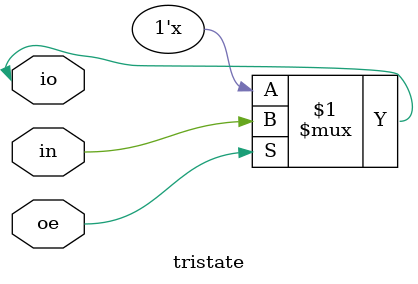
<source format=sv>
`timescale 1ns / 100ps
`default_nettype none

module tristate(in, oe, io);
parameter N = 1;
input wire [N-1:0] in;
input wire oe;
// Note, using wire and assign because xilinx doesn't support always_comb for tristates.
inout wire [N-1:0] io;

assign io = oe ? in : {{N}{1'bZ}};

endmodule
</source>
